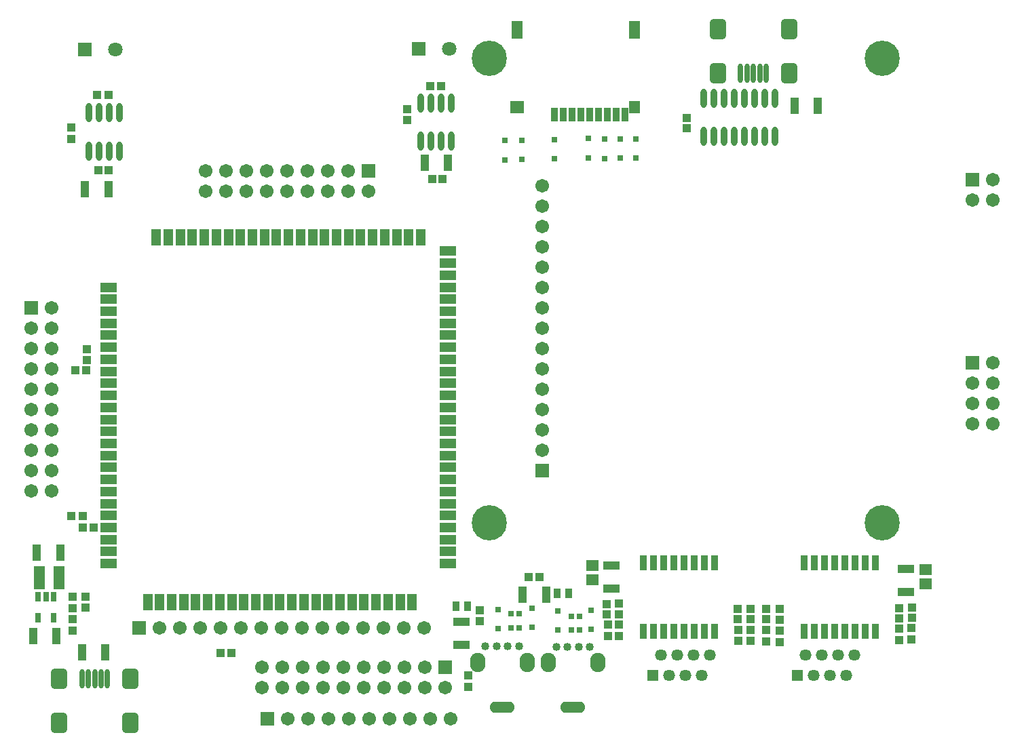
<source format=gts>
G04*
G04 #@! TF.GenerationSoftware,Altium Limited,Altium NEXUS,2.0.14 (187)*
G04*
G04 Layer_Color=8388736*
%FSLAX44Y44*%
%MOMM*%
G71*
G01*
G75*
G04:AMPARAMS|DCode=42|XSize=2.1mm|YSize=2.6mm|CornerRadius=0.55mm|HoleSize=0mm|Usage=FLASHONLY|Rotation=180.000|XOffset=0mm|YOffset=0mm|HoleType=Round|Shape=RoundedRectangle|*
%AMROUNDEDRECTD42*
21,1,2.1000,1.5000,0,0,180.0*
21,1,1.0000,2.6000,0,0,180.0*
1,1,1.1000,-0.5000,0.7500*
1,1,1.1000,0.5000,0.7500*
1,1,1.1000,0.5000,-0.7500*
1,1,1.1000,-0.5000,-0.7500*
%
%ADD42ROUNDEDRECTD42*%
%ADD43O,0.6000X2.4000*%
%ADD44O,0.8032X2.4032*%
%ADD45R,1.1032X2.0032*%
%ADD46R,1.1032X1.0032*%
%ADD47R,1.0032X1.1032*%
%ADD48R,2.0032X1.3032*%
%ADD49R,1.3032X2.0032*%
%ADD50R,1.1032X1.0032*%
%ADD51R,0.7032X0.7032*%
%ADD52R,0.7532X1.2032*%
%ADD53R,1.6032X1.4032*%
%ADD54R,1.0032X1.1032*%
%ADD55R,0.9652X1.8542*%
%ADD56R,2.0032X1.1032*%
%ADD57R,0.9432X1.1932*%
%ADD58R,0.7200X0.7700*%
%ADD59R,0.8200X1.7200*%
%ADD60R,1.3200X1.6200*%
%ADD61R,1.7200X1.6200*%
%ADD62R,1.3200X2.3200*%
%ADD63R,1.4032X3.0032*%
%ADD64C,1.7032*%
%ADD65R,1.7032X1.7032*%
%ADD66R,1.7032X1.7032*%
%ADD67C,4.4000*%
%ADD68C,1.4600*%
%ADD69R,1.4600X1.4600*%
%ADD70O,3.1200X1.4200*%
%ADD71C,1.0200*%
%ADD72O,1.9200X2.4200*%
%ADD73R,1.8032X1.8032*%
%ADD74C,1.8032*%
D42*
X910750Y830250D02*
D03*
X999750D02*
D03*
X999750Y885250D02*
D03*
X910750D02*
D03*
X178000Y74000D02*
D03*
X89000D02*
D03*
Y19000D02*
D03*
X178000D02*
D03*
D43*
X939250Y830250D02*
D03*
X947250D02*
D03*
X971250D02*
D03*
X963250D02*
D03*
X955250D02*
D03*
X149500Y74000D02*
D03*
X141500D02*
D03*
X117500D02*
D03*
X125500D02*
D03*
X133500D02*
D03*
D44*
X982450Y799250D02*
D03*
X969750D02*
D03*
X957050D02*
D03*
X944350D02*
D03*
X931650D02*
D03*
X918950D02*
D03*
X906250D02*
D03*
X893550D02*
D03*
X982450Y751250D02*
D03*
X969750D02*
D03*
X957050D02*
D03*
X944350D02*
D03*
X931650D02*
D03*
X918950D02*
D03*
X906250D02*
D03*
X893550D02*
D03*
X578300Y793250D02*
D03*
X565600D02*
D03*
X552900D02*
D03*
X540200D02*
D03*
X578300Y745250D02*
D03*
X565600D02*
D03*
X552900D02*
D03*
X540200D02*
D03*
X164050Y781250D02*
D03*
X151350D02*
D03*
X138650Y781250D02*
D03*
X125950D02*
D03*
X164050Y733250D02*
D03*
X151350D02*
D03*
X138650Y733250D02*
D03*
X125950Y733250D02*
D03*
D45*
X1006750Y789250D02*
D03*
X1035750D02*
D03*
X146500Y106750D02*
D03*
X117500D02*
D03*
X696459Y179500D02*
D03*
X667459D02*
D03*
X574500Y718500D02*
D03*
X545500D02*
D03*
X150500Y685500D02*
D03*
X121500D02*
D03*
X61250Y231750D02*
D03*
X90250D02*
D03*
X86000Y127500D02*
D03*
X57000D02*
D03*
D46*
X872250Y774500D02*
D03*
Y761500D02*
D03*
X613500Y146250D02*
D03*
Y159250D02*
D03*
X122000Y176250D02*
D03*
Y163250D02*
D03*
X935750Y148250D02*
D03*
Y161250D02*
D03*
X951750Y148250D02*
D03*
Y161250D02*
D03*
X787750Y154750D02*
D03*
Y167750D02*
D03*
X1153250Y150000D02*
D03*
Y163000D02*
D03*
X971000Y148250D02*
D03*
Y161250D02*
D03*
X772250Y154250D02*
D03*
Y167250D02*
D03*
X988250Y148000D02*
D03*
Y161000D02*
D03*
X1136750Y149500D02*
D03*
Y162500D02*
D03*
D47*
X104182Y277750D02*
D03*
X118182D02*
D03*
X109250Y459250D02*
D03*
X123250D02*
D03*
X304250Y106500D02*
D03*
X290250D02*
D03*
X136750Y802750D02*
D03*
X150750D02*
D03*
X551750Y814500D02*
D03*
X565750D02*
D03*
X118250Y263250D02*
D03*
X132250D02*
D03*
D48*
X150999Y563000D02*
D03*
Y548000D02*
D03*
Y533000D02*
D03*
Y518000D02*
D03*
Y503000D02*
D03*
Y488000D02*
D03*
Y473000D02*
D03*
Y458000D02*
D03*
Y443000D02*
D03*
Y218000D02*
D03*
Y233000D02*
D03*
Y248000D02*
D03*
Y263000D02*
D03*
Y278000D02*
D03*
Y293000D02*
D03*
Y308000D02*
D03*
Y323000D02*
D03*
Y338000D02*
D03*
Y353000D02*
D03*
Y368000D02*
D03*
Y383000D02*
D03*
Y398000D02*
D03*
Y413000D02*
D03*
Y428000D02*
D03*
X574499Y578000D02*
D03*
Y563000D02*
D03*
Y548000D02*
D03*
Y533000D02*
D03*
Y518000D02*
D03*
Y503000D02*
D03*
Y488000D02*
D03*
Y473000D02*
D03*
Y458000D02*
D03*
Y443000D02*
D03*
Y428000D02*
D03*
Y413000D02*
D03*
Y398000D02*
D03*
Y383000D02*
D03*
Y368000D02*
D03*
Y353000D02*
D03*
Y338000D02*
D03*
Y323000D02*
D03*
Y308000D02*
D03*
Y293000D02*
D03*
Y278000D02*
D03*
Y263000D02*
D03*
Y248000D02*
D03*
Y233000D02*
D03*
Y218000D02*
D03*
Y593000D02*
D03*
Y608000D02*
D03*
D49*
X210249Y625500D02*
D03*
X225249D02*
D03*
X529499Y170000D02*
D03*
X514499D02*
D03*
X499499D02*
D03*
X484499D02*
D03*
X469499D02*
D03*
X454499D02*
D03*
X439499D02*
D03*
X424499D02*
D03*
X409499D02*
D03*
X394499D02*
D03*
X379499D02*
D03*
X364499D02*
D03*
X349499D02*
D03*
X334499D02*
D03*
X319499D02*
D03*
X304499D02*
D03*
X289499D02*
D03*
X274499D02*
D03*
X259499D02*
D03*
X244499D02*
D03*
X229499D02*
D03*
X214499D02*
D03*
X199499D02*
D03*
X540249Y625500D02*
D03*
X525249D02*
D03*
X510249D02*
D03*
X495249D02*
D03*
X480249D02*
D03*
X465249D02*
D03*
X450249D02*
D03*
X435249D02*
D03*
X420249D02*
D03*
X405249D02*
D03*
X390249D02*
D03*
X375249D02*
D03*
X360249D02*
D03*
X345249D02*
D03*
X330249D02*
D03*
X315249D02*
D03*
X300249D02*
D03*
X285249D02*
D03*
X270249D02*
D03*
X255249D02*
D03*
X240249D02*
D03*
D50*
X105750Y148250D02*
D03*
Y134250D02*
D03*
X105500Y176250D02*
D03*
Y162250D02*
D03*
X599500Y64250D02*
D03*
Y78250D02*
D03*
X104250Y748500D02*
D03*
Y762500D02*
D03*
X523500Y771750D02*
D03*
Y785750D02*
D03*
X936250Y121250D02*
D03*
Y135250D02*
D03*
X951500Y121250D02*
D03*
Y135250D02*
D03*
X787750Y127500D02*
D03*
Y141500D02*
D03*
X1152750Y123250D02*
D03*
Y137250D02*
D03*
X971500Y120750D02*
D03*
Y134750D02*
D03*
X988250Y120250D02*
D03*
Y134250D02*
D03*
X1137000Y122500D02*
D03*
Y136500D02*
D03*
X773500Y127750D02*
D03*
Y141750D02*
D03*
X123478Y486000D02*
D03*
Y472000D02*
D03*
D51*
X711000Y158750D02*
D03*
Y134750D02*
D03*
X636750Y160750D02*
D03*
Y136750D02*
D03*
X679500Y162250D02*
D03*
Y138250D02*
D03*
X752750Y159750D02*
D03*
Y135750D02*
D03*
X808750Y724000D02*
D03*
Y748000D02*
D03*
X770000Y723750D02*
D03*
Y747750D02*
D03*
X789000Y724250D02*
D03*
Y748250D02*
D03*
X749750Y724750D02*
D03*
Y748750D02*
D03*
X645250Y722250D02*
D03*
Y746250D02*
D03*
X666500Y722500D02*
D03*
Y746500D02*
D03*
X706750Y723500D02*
D03*
Y747500D02*
D03*
D52*
X82000Y176500D02*
D03*
X72500D02*
D03*
X63000D02*
D03*
Y150000D02*
D03*
X82000D02*
D03*
D53*
X754500Y215750D02*
D03*
Y197750D02*
D03*
X1169750Y210750D02*
D03*
Y192750D02*
D03*
D54*
X688000Y201000D02*
D03*
X675000D02*
D03*
X150750Y709000D02*
D03*
X137750D02*
D03*
X567749Y698250D02*
D03*
X554749D02*
D03*
D55*
X856400Y218552D02*
D03*
Y133451D02*
D03*
X869100Y218552D02*
D03*
Y133451D02*
D03*
X894500D02*
D03*
X831000D02*
D03*
X907200Y218552D02*
D03*
X881800D02*
D03*
X843700D02*
D03*
X818300D02*
D03*
X907200Y133451D02*
D03*
X881800D02*
D03*
X843700D02*
D03*
X818300D02*
D03*
X831000Y218552D02*
D03*
X894500D02*
D03*
X1056650Y218800D02*
D03*
Y133700D02*
D03*
X1069350Y218800D02*
D03*
X1069350Y133700D02*
D03*
X1094750D02*
D03*
X1031250D02*
D03*
X1107450Y218800D02*
D03*
X1082050D02*
D03*
X1043950D02*
D03*
X1018550Y218800D02*
D03*
X1107450Y133700D02*
D03*
X1082050Y133700D02*
D03*
X1043950D02*
D03*
X1018550D02*
D03*
X1031250Y218800D02*
D03*
X1094750D02*
D03*
D56*
X777750Y215750D02*
D03*
Y186750D02*
D03*
X1145750Y211250D02*
D03*
Y182250D02*
D03*
X590750Y145500D02*
D03*
Y116500D02*
D03*
D57*
X598850Y164750D02*
D03*
X584650D02*
D03*
X710650Y180750D02*
D03*
X724850D02*
D03*
D58*
X652750Y155500D02*
D03*
Y138000D02*
D03*
X662750D02*
D03*
Y155500D02*
D03*
X728250Y152250D02*
D03*
Y134750D02*
D03*
X738250D02*
D03*
Y152250D02*
D03*
D59*
X794750Y778250D02*
D03*
X783750D02*
D03*
X772750D02*
D03*
X761750Y778250D02*
D03*
X750750Y778250D02*
D03*
X739750D02*
D03*
X728750Y778250D02*
D03*
X717750D02*
D03*
X706750Y778250D02*
D03*
D60*
X806750Y788250D02*
D03*
D61*
X660750Y788250D02*
D03*
D62*
X660750Y884250D02*
D03*
X806750Y884250D02*
D03*
D63*
X64250Y200250D02*
D03*
X89250D02*
D03*
D64*
X691750Y689700D02*
D03*
Y664300D02*
D03*
Y638900D02*
D03*
Y613500D02*
D03*
Y588100D02*
D03*
Y562700D02*
D03*
Y537300D02*
D03*
Y511900D02*
D03*
Y486500D02*
D03*
Y461100D02*
D03*
Y435700D02*
D03*
Y410300D02*
D03*
Y384900D02*
D03*
Y359500D02*
D03*
X1254000Y671601D02*
D03*
X1228600D02*
D03*
X1254000Y697001D02*
D03*
X544850Y138000D02*
D03*
X519450D02*
D03*
X494050D02*
D03*
X468650D02*
D03*
X443250D02*
D03*
X417850D02*
D03*
X392450D02*
D03*
X367050D02*
D03*
X341650D02*
D03*
X316250D02*
D03*
X290850D02*
D03*
X265450D02*
D03*
X240050D02*
D03*
X214650D02*
D03*
X374150Y24500D02*
D03*
X424950D02*
D03*
X450350D02*
D03*
X475750D02*
D03*
X501150D02*
D03*
X526550D02*
D03*
X551950D02*
D03*
X577350D02*
D03*
X399550D02*
D03*
X475350Y683000D02*
D03*
X449950Y708400D02*
D03*
Y683000D02*
D03*
X424550Y708400D02*
D03*
X424550Y683000D02*
D03*
X399150Y708400D02*
D03*
Y683000D02*
D03*
X373750Y708400D02*
D03*
Y683000D02*
D03*
X348350Y708400D02*
D03*
Y683000D02*
D03*
X322950Y708400D02*
D03*
Y683000D02*
D03*
X297550Y708400D02*
D03*
Y683000D02*
D03*
X272150Y708400D02*
D03*
Y683000D02*
D03*
X79650Y308500D02*
D03*
X54250D02*
D03*
X79650Y333900D02*
D03*
X54250D02*
D03*
X79650Y359300D02*
D03*
X54250D02*
D03*
X79650Y384700D02*
D03*
X54250D02*
D03*
X79650Y410100D02*
D03*
X54250D02*
D03*
X79650Y435500D02*
D03*
X54250D02*
D03*
X79650Y460900D02*
D03*
X54250D02*
D03*
X79650Y486300D02*
D03*
X54250D02*
D03*
X79650Y511700D02*
D03*
X54250D02*
D03*
X79650Y537100D02*
D03*
X342150Y63250D02*
D03*
Y88650D02*
D03*
X367550Y63250D02*
D03*
Y88650D02*
D03*
X392950Y63250D02*
D03*
Y88650D02*
D03*
X418350Y63250D02*
D03*
Y88650D02*
D03*
X443750Y63250D02*
D03*
Y88650D02*
D03*
X469150Y63250D02*
D03*
Y88650D02*
D03*
X494550Y63250D02*
D03*
Y88650D02*
D03*
X519950Y63250D02*
D03*
Y88650D02*
D03*
X545350Y63250D02*
D03*
Y88650D02*
D03*
X570750Y63250D02*
D03*
X1254000Y468551D02*
D03*
X1228600Y443151D02*
D03*
X1254000D02*
D03*
X1228600Y417751D02*
D03*
X1254000Y417751D02*
D03*
X1228600Y392351D02*
D03*
X1254000Y392351D02*
D03*
D65*
X691750Y334100D02*
D03*
X1228600Y697001D02*
D03*
X54250Y537100D02*
D03*
X1228600Y468551D02*
D03*
D66*
X189250Y138000D02*
D03*
X348750Y24500D02*
D03*
X475350Y708400D02*
D03*
X570750Y88650D02*
D03*
D67*
X626000Y269250D02*
D03*
X1116000D02*
D03*
X626000Y849250D02*
D03*
X1116000D02*
D03*
D68*
X1081400Y103400D02*
D03*
X1020200D02*
D03*
X1071200Y78000D02*
D03*
X1061000Y103400D02*
D03*
X1040600D02*
D03*
X1050800Y78000D02*
D03*
X1030400D02*
D03*
X901150Y103401D02*
D03*
X839950D02*
D03*
X890950Y78001D02*
D03*
X880750Y103401D02*
D03*
X860350D02*
D03*
X870550Y78001D02*
D03*
X850150D02*
D03*
D69*
X1010000Y78000D02*
D03*
X829750Y78001D02*
D03*
D70*
X642000Y38501D02*
D03*
X730250Y38251D02*
D03*
D71*
X663000Y114501D02*
D03*
X649000D02*
D03*
X635000D02*
D03*
X621000D02*
D03*
X751250Y114251D02*
D03*
X737250D02*
D03*
X723250D02*
D03*
X709250D02*
D03*
D72*
X611200Y94501D02*
D03*
X672800D02*
D03*
X699450Y94251D02*
D03*
X761050D02*
D03*
D73*
X537400Y860750D02*
D03*
X121500Y859500D02*
D03*
D74*
X575500Y860750D02*
D03*
X159600Y859500D02*
D03*
M02*

</source>
